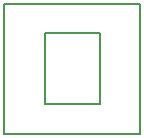
<source format=gm1>
G04 #@! TF.GenerationSoftware,KiCad,Pcbnew,5.0.2-bee76a0~70~ubuntu18.04.1*
G04 #@! TF.CreationDate,2019-10-05T18:06:54+05:30*
G04 #@! TF.ProjectId,electrode,656c6563-7472-46f6-9465-2e6b69636164,rev?*
G04 #@! TF.SameCoordinates,Original*
G04 #@! TF.FileFunction,Profile,NP*
%FSLAX46Y46*%
G04 Gerber Fmt 4.6, Leading zero omitted, Abs format (unit mm)*
G04 Created by KiCad (PCBNEW 5.0.2-bee76a0~70~ubuntu18.04.1) date Sat Oct  5 18:06:54 2019*
%MOMM*%
%LPD*%
G01*
G04 APERTURE LIST*
%ADD10C,0.150000*%
G04 APERTURE END LIST*
D10*
X117910000Y-72600000D02*
X117910000Y-69600000D01*
X122510000Y-72600000D02*
X117910000Y-72600000D01*
X122510000Y-66600000D02*
X122510000Y-72600000D01*
X117910000Y-66600000D02*
X122510000Y-66600000D01*
X117910000Y-69600000D02*
X117910000Y-66600000D01*
X114450000Y-75100000D02*
X114450000Y-64100000D01*
X125950000Y-75100000D02*
X114450000Y-75100000D01*
X125950000Y-64100000D02*
X125950000Y-75100000D01*
X114450000Y-64100000D02*
X125950000Y-64100000D01*
M02*

</source>
